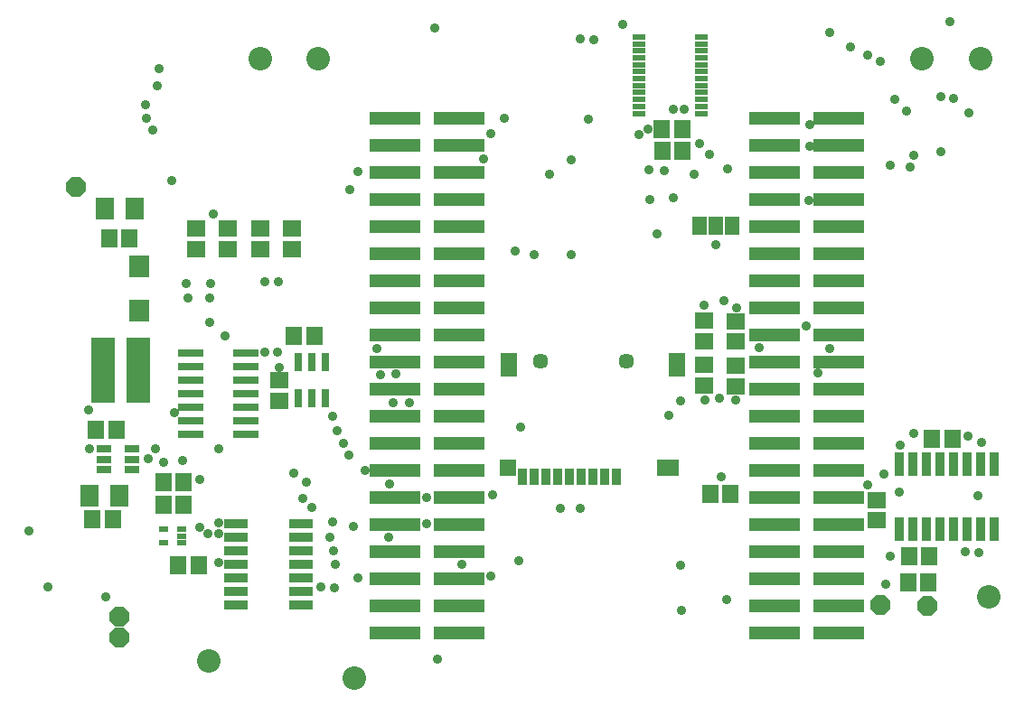
<source format=gbs>
G75*
%MOIN*%
%OFA0B0*%
%FSLAX25Y25*%
%IPPOS*%
%LPD*%
%AMOC8*
5,1,8,0,0,1.08239X$1,22.5*
%
%ADD10C,0.08674*%
%ADD11R,0.05918X0.06706*%
%ADD12R,0.07099X0.07887*%
%ADD13R,0.05918X0.07099*%
%ADD14R,0.18517X0.04816*%
%ADD15R,0.03556X0.06312*%
%ADD16R,0.06312X0.08674*%
%ADD17R,0.05839X0.06312*%
%ADD18R,0.08477X0.06312*%
%ADD19C,0.05721*%
%ADD20R,0.03400X0.08800*%
%ADD21R,0.06706X0.05918*%
%ADD22R,0.08674X0.24422*%
%ADD23R,0.07493X0.07887*%
%ADD24R,0.05400X0.07100*%
%ADD25OC8,0.07100*%
%ADD26R,0.05600X0.03000*%
%ADD27R,0.02887X0.06824*%
%ADD28R,0.03556X0.02375*%
%ADD29R,0.04700X0.02000*%
%ADD30R,0.08800X0.03400*%
%ADD31R,0.09461X0.03162*%
%ADD32R,0.07099X0.05918*%
%ADD33C,0.03600*%
D10*
X0100409Y0020685D03*
X0154051Y0014346D03*
X0387811Y0044307D03*
X0384858Y0243126D03*
X0363205Y0243126D03*
X0140764Y0243126D03*
X0119110Y0243126D03*
D11*
X0071079Y0176780D03*
X0063598Y0176780D03*
X0066157Y0106059D03*
X0058677Y0106059D03*
X0057339Y0073146D03*
X0064819Y0073146D03*
X0088992Y0056118D03*
X0096472Y0056118D03*
X0285252Y0082299D03*
X0292732Y0082299D03*
X0358606Y0059618D03*
X0366087Y0059618D03*
X0365693Y0049685D03*
X0358213Y0049685D03*
X0367067Y0102626D03*
X0374547Y0102626D03*
X0274819Y0217142D03*
X0267339Y0217142D03*
D12*
X0072850Y0187732D03*
X0061827Y0187732D03*
X0067339Y0081791D03*
X0056315Y0081791D03*
D13*
X0083480Y0078559D03*
X0090961Y0078559D03*
X0090961Y0086827D03*
X0083480Y0086827D03*
X0131631Y0140759D03*
X0139111Y0140759D03*
X0267535Y0209071D03*
X0275016Y0209071D03*
D14*
X0308874Y0211165D03*
X0308874Y0221165D03*
X0332496Y0221165D03*
X0332496Y0211165D03*
X0332496Y0201165D03*
X0332496Y0191165D03*
X0332496Y0181165D03*
X0332496Y0171165D03*
X0332496Y0161165D03*
X0332496Y0151165D03*
X0332496Y0141165D03*
X0332496Y0131165D03*
X0332496Y0121165D03*
X0332496Y0111165D03*
X0332496Y0101165D03*
X0332496Y0091165D03*
X0332496Y0081165D03*
X0332496Y0071165D03*
X0332496Y0061165D03*
X0332496Y0051165D03*
X0332496Y0041165D03*
X0332496Y0031165D03*
X0308874Y0031165D03*
X0308874Y0041165D03*
X0308874Y0051165D03*
X0308874Y0061165D03*
X0308874Y0071165D03*
X0308874Y0081165D03*
X0308874Y0091165D03*
X0308874Y0101165D03*
X0308874Y0111165D03*
X0308874Y0121165D03*
X0308874Y0131165D03*
X0308874Y0141165D03*
X0308874Y0151165D03*
X0308874Y0161165D03*
X0308874Y0171165D03*
X0308874Y0181165D03*
X0308874Y0191165D03*
X0308874Y0201165D03*
X0192496Y0201165D03*
X0192496Y0191165D03*
X0192496Y0181165D03*
X0192496Y0171165D03*
X0192496Y0161165D03*
X0192496Y0151165D03*
X0192496Y0141165D03*
X0192496Y0131165D03*
X0192496Y0121165D03*
X0192496Y0111165D03*
X0192496Y0101165D03*
X0192496Y0091165D03*
X0192496Y0081165D03*
X0192496Y0071165D03*
X0192496Y0061165D03*
X0192496Y0051165D03*
X0192496Y0041165D03*
X0192496Y0031165D03*
X0168874Y0031165D03*
X0168874Y0041165D03*
X0168874Y0051165D03*
X0168874Y0061165D03*
X0168874Y0071165D03*
X0168874Y0081165D03*
X0168874Y0091165D03*
X0168874Y0101165D03*
X0168874Y0111165D03*
X0168874Y0121165D03*
X0168874Y0131165D03*
X0168874Y0141165D03*
X0168874Y0151165D03*
X0168874Y0161165D03*
X0168874Y0171165D03*
X0168874Y0181165D03*
X0168874Y0191165D03*
X0168874Y0201165D03*
X0168874Y0211165D03*
X0168874Y0221165D03*
X0192496Y0221165D03*
X0192496Y0211165D03*
D15*
X0216000Y0088787D03*
X0220331Y0088787D03*
X0224661Y0088787D03*
X0228992Y0088787D03*
X0233323Y0088787D03*
X0237654Y0088787D03*
X0241984Y0088787D03*
X0246315Y0088787D03*
X0250646Y0088787D03*
D16*
X0273087Y0130008D03*
X0210882Y0130008D03*
D17*
X0210646Y0092213D03*
D18*
X0269642Y0092213D03*
D19*
X0254189Y0131583D03*
X0222693Y0131583D03*
D20*
X0354862Y0093557D03*
X0359862Y0093557D03*
X0364862Y0093557D03*
X0369862Y0093557D03*
X0374862Y0093557D03*
X0379862Y0093557D03*
X0384862Y0093557D03*
X0389862Y0093557D03*
X0389862Y0069357D03*
X0384862Y0069357D03*
X0379862Y0069357D03*
X0374862Y0069357D03*
X0369862Y0069357D03*
X0364862Y0069357D03*
X0359862Y0069357D03*
X0354862Y0069357D03*
D21*
X0346756Y0072661D03*
X0346756Y0080142D03*
X0294638Y0122220D03*
X0294638Y0129701D03*
X0294539Y0138638D03*
X0294539Y0146118D03*
X0282953Y0146315D03*
X0282953Y0138835D03*
X0282854Y0130094D03*
X0282854Y0122614D03*
X0126142Y0124354D03*
X0126142Y0116874D03*
D22*
X0074421Y0128094D03*
X0061429Y0128094D03*
D23*
X0074524Y0150193D03*
X0074524Y0166335D03*
D24*
X0281122Y0181315D03*
X0287122Y0181315D03*
X0293122Y0181315D03*
D25*
X0348047Y0041354D03*
X0365213Y0040961D03*
X0067220Y0037260D03*
X0067220Y0029425D03*
X0051315Y0195921D03*
D26*
X0061473Y0099000D03*
X0061555Y0095260D03*
X0061473Y0091460D03*
X0071792Y0091460D03*
X0071792Y0095260D03*
X0071792Y0099000D03*
D27*
X0133410Y0117649D03*
X0138410Y0117649D03*
X0143410Y0117649D03*
X0143410Y0131036D03*
X0138410Y0131036D03*
X0133410Y0131036D03*
D28*
X0090213Y0069465D03*
X0090213Y0066906D03*
X0090213Y0064346D03*
X0083520Y0064346D03*
X0083520Y0069465D03*
D29*
X0259001Y0222949D03*
X0259001Y0225508D03*
X0259001Y0228067D03*
X0259001Y0230626D03*
X0259001Y0233185D03*
X0259001Y0235744D03*
X0259001Y0238303D03*
X0259001Y0240862D03*
X0259001Y0243421D03*
X0259001Y0245980D03*
X0259001Y0248539D03*
X0259001Y0251098D03*
X0281976Y0251098D03*
X0281976Y0248539D03*
X0281976Y0245980D03*
X0281976Y0243421D03*
X0281976Y0240862D03*
X0281976Y0238303D03*
X0281976Y0235744D03*
X0281976Y0233185D03*
X0281976Y0230626D03*
X0281976Y0228067D03*
X0281976Y0225508D03*
X0281976Y0222949D03*
D30*
X0134320Y0071551D03*
X0134320Y0066551D03*
X0134320Y0061551D03*
X0134320Y0056551D03*
X0134320Y0051551D03*
X0134320Y0046551D03*
X0134320Y0041551D03*
X0110120Y0041551D03*
X0110120Y0046551D03*
X0110120Y0051551D03*
X0110120Y0056551D03*
X0110120Y0061551D03*
X0110120Y0066551D03*
X0110120Y0071551D03*
D31*
X0114091Y0104563D03*
X0114091Y0109563D03*
X0114091Y0114563D03*
X0114091Y0119563D03*
X0114091Y0124563D03*
X0114091Y0129563D03*
X0114091Y0134563D03*
X0093618Y0134563D03*
X0093618Y0129563D03*
X0093618Y0124563D03*
X0093618Y0119563D03*
X0093618Y0114563D03*
X0093618Y0109563D03*
X0093618Y0104563D03*
D32*
X0095488Y0172850D03*
X0095488Y0180331D03*
X0107299Y0180331D03*
X0107299Y0172850D03*
X0119110Y0172850D03*
X0119110Y0180331D03*
X0130921Y0180331D03*
X0130921Y0172850D03*
D33*
X0062417Y0044307D03*
X0040961Y0048047D03*
X0034071Y0068717D03*
X0056378Y0099008D03*
X0055921Y0113402D03*
X0077953Y0095382D03*
X0083638Y0094031D03*
X0080756Y0098969D03*
X0090764Y0094701D03*
X0097063Y0087811D03*
X0103953Y0098980D03*
X0087614Y0112417D03*
X0121079Y0134858D03*
X0125728Y0134783D03*
X0126197Y0129059D03*
X0106118Y0140764D03*
X0100516Y0145882D03*
X0100606Y0154937D03*
X0101000Y0160055D03*
X0092732Y0154937D03*
X0091945Y0160055D03*
X0121079Y0160843D03*
X0125803Y0160843D03*
X0101787Y0185646D03*
X0086669Y0198047D03*
X0079543Y0216945D03*
X0077378Y0221079D03*
X0076787Y0226197D03*
X0081118Y0233283D03*
X0082102Y0239598D03*
X0152378Y0194898D03*
X0155134Y0201591D03*
X0201591Y0206118D03*
X0204346Y0215370D03*
X0209268Y0221276D03*
X0233874Y0205921D03*
X0226051Y0200291D03*
X0240173Y0220685D03*
X0259071Y0214976D03*
X0262417Y0217142D03*
X0271472Y0224622D03*
X0275606Y0224622D03*
X0281315Y0211827D03*
X0284787Y0207862D03*
X0291551Y0202575D03*
X0279150Y0200606D03*
X0268126Y0201665D03*
X0262642Y0202201D03*
X0263008Y0191157D03*
X0271472Y0191945D03*
X0265764Y0178559D03*
X0287220Y0174622D03*
X0290307Y0153650D03*
X0295094Y0151213D03*
X0282890Y0152181D03*
X0303362Y0136433D03*
X0320685Y0144307D03*
X0329346Y0136039D03*
X0325016Y0126984D03*
X0294701Y0117142D03*
X0288598Y0117929D03*
X0283283Y0117142D03*
X0274228Y0116748D03*
X0269898Y0111433D03*
X0289189Y0088795D03*
X0274228Y0056118D03*
X0291157Y0043520D03*
X0274752Y0039327D03*
X0237220Y0076984D03*
X0229937Y0076984D03*
X0204937Y0082102D03*
X0180724Y0071472D03*
X0180453Y0081268D03*
X0166945Y0086039D03*
X0157890Y0091157D03*
X0151787Y0096669D03*
X0149819Y0101197D03*
X0147457Y0105724D03*
X0145882Y0111039D03*
X0168169Y0116122D03*
X0174425Y0115961D03*
X0169307Y0126681D03*
X0163764Y0126555D03*
X0162220Y0136236D03*
X0215173Y0107102D03*
X0166756Y0066488D03*
X0153756Y0070488D03*
X0145882Y0072063D03*
X0144898Y0066354D03*
X0146224Y0061492D03*
X0146949Y0056354D03*
X0155331Y0051394D03*
X0146669Y0047760D03*
X0141748Y0048047D03*
X0138205Y0077575D03*
X0134858Y0080724D03*
X0136130Y0086827D03*
X0131496Y0090157D03*
X0103953Y0071866D03*
X0103953Y0067929D03*
X0100016Y0067732D03*
X0097063Y0070094D03*
X0103953Y0057102D03*
X0184465Y0021472D03*
X0204346Y0051984D03*
X0193717Y0056512D03*
X0214594Y0057783D03*
X0343213Y0085953D03*
X0349213Y0089953D03*
X0354937Y0083283D03*
X0355331Y0100606D03*
X0360213Y0104953D03*
X0380134Y0103756D03*
X0385252Y0101394D03*
X0383874Y0081906D03*
X0379346Y0061236D03*
X0384268Y0060646D03*
X0351591Y0059465D03*
X0350016Y0049228D03*
X0233874Y0170882D03*
X0220291Y0170882D03*
X0213402Y0172063D03*
X0321472Y0190764D03*
X0351591Y0203953D03*
X0358874Y0203165D03*
X0360252Y0207496D03*
X0370291Y0208677D03*
X0380685Y0223213D03*
X0375016Y0228559D03*
X0370201Y0229256D03*
X0357591Y0223953D03*
X0353362Y0228059D03*
X0347850Y0241961D03*
X0343126Y0244307D03*
X0337024Y0247563D03*
X0329346Y0252772D03*
X0373441Y0256906D03*
X0321866Y0218717D03*
X0321866Y0210843D03*
X0252772Y0255724D03*
X0242339Y0250213D03*
X0237417Y0250606D03*
X0183677Y0254346D03*
M02*

</source>
